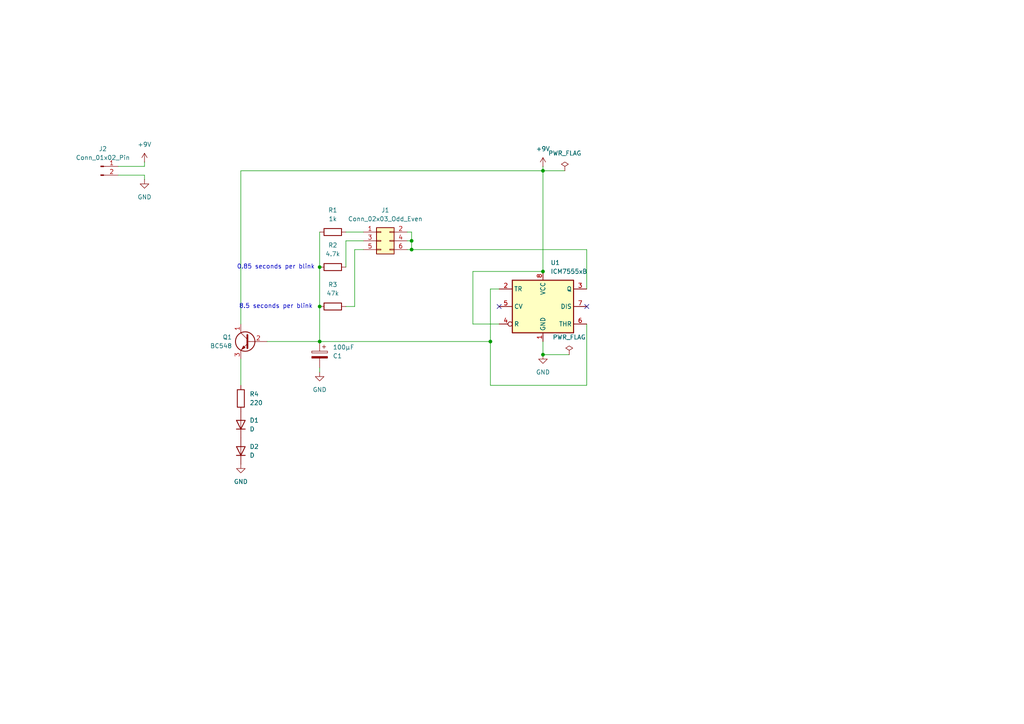
<source format=kicad_sch>
(kicad_sch (version 20231120) (generator "eeschema") (generator_version "8.0")
  (paper "A4")
  (lib_symbols
    (symbol "Connector:Conn_01x02_Pin" (pin_names (offset 1.016) hide)
      (property "Reference" "J" (at 0 2.54 0))
      (property "Value" "Conn_01x02_Pin" (at 0 -5.08 0))
      (symbol "Conn_01x02_Pin_1_1"
        (polyline (pts (xy 1.27 -2.54) (xy 0.8636 -2.54)) (stroke (width 0.1524)))
        (polyline (pts (xy 1.27 0) (xy 0.8636 0)) (stroke (width 0.1524)))
        (rectangle (start 0.8636 -2.413) (end 0 -2.667) (stroke (width 0.1524)) (fill (type outline)))
        (rectangle (start 0.8636 0.127) (end 0 -0.127) (stroke (width 0.1524)) (fill (type outline)))
        (pin passive line (at 5.08 0 180) (length 3.81) (name "Pin_1") (number "1"))
        (pin passive line (at 5.08 -2.54 180) (length 3.81) (name "Pin_2") (number "2"))
      )
    )
    (symbol "Connector_Generic:Conn_02x03_Odd_Even" (pin_names (offset 1.016) hide)
      (property "Reference" "J" (at 1.27 5.08 0))
      (property "Value" "Conn_02x03_Odd_Even" (at 1.27 -5.08 0))
      (symbol "Conn_02x03_Odd_Even_1_1"
        (rectangle (start -1.27 -2.413) (end 0 -2.667) (stroke (width 0.1524)))
        (rectangle (start -1.27 0.127) (end 0 -0.127) (stroke (width 0.1524)))
        (rectangle (start -1.27 2.667) (end 0 2.413) (stroke (width 0.1524)))
        (rectangle (start -1.27 3.81) (end 3.81 -3.81) (stroke (width 0.254)) (fill (type background)))
        (rectangle (start 3.81 -2.413) (end 2.54 -2.667) (stroke (width 0.1524)))
        (rectangle (start 3.81 0.127) (end 2.54 -0.127) (stroke (width 0.1524)))
        (rectangle (start 3.81 2.667) (end 2.54 2.413) (stroke (width 0.1524)))
        (pin passive line (at -5.08 2.54 0) (length 3.81) (name "Pin_1") (number "1"))
        (pin passive line (at 7.62 2.54 180) (length 3.81) (name "Pin_2") (number "2"))
        (pin passive line (at -5.08 0 0) (length 3.81) (name "Pin_3") (number "3"))
        (pin passive line (at 7.62 0 180) (length 3.81) (name "Pin_4") (number "4"))
        (pin passive line (at -5.08 -2.54 0) (length 3.81) (name "Pin_5") (number "5"))
        (pin passive line (at 7.62 -2.54 180) (length 3.81) (name "Pin_6") (number "6"))
      )
    )
    (symbol "Device:C_Polarized" (pin_numbers hide) (pin_names (offset 0.254))
      (property "Reference" "C" (at 0.635 2.54 0))
      (property "Value" "C_Polarized" (at 0.635 -2.54 0))
      (symbol "C_Polarized_0_1"
        (rectangle (start -2.286 0.508) (end 2.286 1.016))
        (polyline (pts (xy -1.778 2.286) (xy -0.762 2.286)))
        (polyline (pts (xy -1.27 2.794) (xy -1.27 1.778)))
        (rectangle (start 2.286 -0.508) (end -2.286 -1.016) (fill (type outline)))
      )
      (symbol "C_Polarized_1_1"
        (pin passive line (at 0 3.81 270) (length 2.794) (name "~") (number "1"))
        (pin passive line (at 0 -3.81 90) (length 2.794) (name "~") (number "2"))
      )
    )
    (symbol "Device:D" (pin_numbers hide) (pin_names (offset 1.016) hide)
      (property "Reference" "D" (at 0 2.54 0))
      (property "Value" "D" (at 0 -2.54 0))
      (symbol "D_0_1"
        (polyline (pts (xy -1.27 1.27) (xy -1.27 -1.27)) (stroke (width 0.254)))
        (polyline (pts (xy 1.27 0) (xy -1.27 0)))
        (polyline (pts (xy 1.27 1.27) (xy 1.27 -1.27) (xy -1.27 0) (xy 1.27 1.27)) (stroke (width 0.254)))
      )
      (symbol "D_1_1"
        (pin passive line (at -3.81 0 0) (length 2.54) (name "K") (number "1"))
        (pin passive line (at 3.81 0 180) (length 2.54) (name "A") (number "2"))
      )
    )
    (symbol "Device:R" (pin_numbers hide) (pin_names (offset 0))
      (property "Reference" "R" (at 2.032 0 90))
      (property "Value" "R" (at 0 0 90))
      (symbol "R_0_1"
        (rectangle (start -1.016 -2.54) (end 1.016 2.54) (stroke (width 0.254)))
      )
      (symbol "R_1_1"
        (pin passive line (at 0 3.81 270) (length 1.27) (name "~") (number "1"))
        (pin passive line (at 0 -3.81 90) (length 1.27) (name "~") (number "2"))
      )
    )
    (symbol "Timer:ICM7555xB"
      (property "Reference" "U" (at -10.16 8.89 0))
      (property "Value" "ICM7555xB" (at 2.54 8.89 0))
      (symbol "ICM7555xB_0_0"
        (pin power_in line (at 0 -10.16 90) (length 2.54) (name "GND") (number "1"))
        (pin power_in line (at 0 10.16 270) (length 2.54) (name "VCC") (number "8"))
      )
      (symbol "ICM7555xB_0_1"
        (rectangle (start -8.89 -7.62) (end 8.89 7.62) (stroke (width 0.254)) (fill (type background)))
        (rectangle (start -8.89 -7.62) (end 8.89 7.62) (stroke (width 0.254)) (fill (type background)))
      )
      (symbol "ICM7555xB_1_1"
        (pin input line (at -12.7 5.08 0) (length 3.81) (name "TR") (number "2"))
        (pin output line (at 12.7 5.08 180) (length 3.81) (name "Q") (number "3"))
        (pin input inverted (at -12.7 -5.08 0) (length 3.81) (name "R") (number "4"))
        (pin input line (at -12.7 0 0) (length 3.81) (name "CV") (number "5"))
        (pin input line (at 12.7 -5.08 180) (length 3.81) (name "THR") (number "6"))
        (pin input line (at 12.7 0 180) (length 3.81) (name "DIS") (number "7"))
      )
    )
    (symbol "Transistor_BJT:BC548" (pin_names (offset 0) hide)
      (property "Reference" "Q" (at 5.08 1.905 0))
      (property "Value" "BC548" (at 5.08 0 0))
      (symbol "BC548_0_1"
        (polyline (pts (xy 0 0) (xy 0.635 0)))
        (polyline (pts (xy 0.635 0.635) (xy 2.54 2.54)))
        (polyline (pts (xy 0.635 -0.635) (xy 2.54 -2.54) (xy 2.54 -2.54)))
        (polyline (pts (xy 0.635 1.905) (xy 0.635 -1.905) (xy 0.635 -1.905)) (stroke (width 0.508)))
        (polyline (pts (xy 1.27 -1.778) (xy 1.778 -1.27) (xy 2.286 -2.286) (xy 1.27 -1.778) (xy 1.27 -1.778)) (fill (type outline)))
        (circle (center 1.27 0) (radius 2.8194) (stroke (width 0.254)))
      )
      (symbol "BC548_1_1"
        (pin passive line (at 2.54 5.08 270) (length 2.54) (name "C") (number "1"))
        (pin input line (at -5.08 0 0) (length 5.08) (name "B") (number "2"))
        (pin passive line (at 2.54 -5.08 90) (length 2.54) (name "E") (number "3"))
      )
    )
    (symbol "power:+9V" (power) (pin_numbers hide) (pin_names (offset 0) hide)
      (property "Value" "+9V" (at 0 3.556 0))
      (symbol "+9V_0_1"
        (polyline (pts (xy -0.762 1.27) (xy 0 2.54)))
        (polyline (pts (xy 0 0) (xy 0 2.54)))
        (polyline (pts (xy 0 2.54) (xy 0.762 1.27)))
      )
      (symbol "+9V_1_1"
        (pin power_in line (at 0 0 90) (length 0) (name "~") (number "1"))
      )
    )
    (symbol "power:GND" (power) (pin_numbers hide) (pin_names (offset 0) hide)
      (property "Value" "GND" (at 0 -3.81 0))
      (symbol "GND_0_1"
        (polyline (pts (xy 0 0) (xy 0 -1.27) (xy 1.27 -1.27) (xy 0 -2.54) (xy -1.27 -1.27) (xy 0 -1.27)))
      )
      (symbol "GND_1_1"
        (pin power_in line (at 0 0 270) (length 0) (name "~") (number "1"))
      )
    )
    (symbol "power:PWR_FLAG" (power) (pin_numbers hide) (pin_names (offset 0) hide)
      (property "Value" "PWR_FLAG" (at 0 3.81 0))
      (symbol "PWR_FLAG_0_0"
        (pin power_out line (at 0 0 90) (length 0) (name "~") (number "1"))
      )
      (symbol "PWR_FLAG_0_1"
        (polyline (pts (xy 0 0) (xy 0 1.27) (xy -1.016 1.905) (xy 0 2.54) (xy 1.016 1.905) (xy 0 1.27)))
      )
    )
  )
  (junction (at 92.71 88.9))
  (junction (at 92.71 99.06))
  (junction (at 157.48 78.74))
  (junction (at 157.48 102.87))
  (junction (at 119.38 72.39))
  (junction (at 92.71 77.47))
  (junction (at 157.48 49.53))
  (junction (at 119.38 69.85))
  (junction (at 142.24 99.06))
  (no_connect (at 144.78 88.9))
  (no_connect (at 170.18 88.9))
  (wire (pts (xy 41.91 50.8) (xy 41.91 52.07)))
  (wire (pts (xy 119.38 67.31) (xy 119.38 69.85)))
  (wire (pts (xy 137.16 78.74) (xy 157.48 78.74)))
  (wire (pts (xy 119.38 69.85) (xy 119.38 72.39)))
  (wire (pts (xy 119.38 72.39) (xy 170.18 72.39)))
  (wire (pts (xy 92.71 88.9) (xy 92.71 99.06)))
  (wire (pts (xy 137.16 78.74) (xy 137.16 93.98)))
  (wire (pts (xy 157.48 99.06) (xy 157.48 102.87)))
  (wire (pts (xy 34.29 50.8) (xy 41.91 50.8)))
  (wire (pts (xy 170.18 72.39) (xy 170.18 83.82)))
  (wire (pts (xy 105.41 69.85) (xy 100.33 69.85)))
  (wire (pts (xy 102.87 88.9) (xy 100.33 88.9)))
  (wire (pts (xy 163.83 49.53) (xy 157.48 49.53)))
  (wire (pts (xy 118.11 67.31) (xy 119.38 67.31)))
  (wire (pts (xy 157.48 49.53) (xy 69.85 49.53)))
  (wire (pts (xy 157.48 49.53) (xy 157.48 78.74)))
  (wire (pts (xy 77.47 99.06) (xy 92.71 99.06)))
  (wire (pts (xy 170.18 111.76) (xy 170.18 93.98)))
  (wire (pts (xy 157.48 48.26) (xy 157.48 49.53)))
  (wire (pts (xy 92.71 99.06) (xy 142.24 99.06)))
  (wire (pts (xy 100.33 69.85) (xy 100.33 77.47)))
  (wire (pts (xy 157.48 102.87) (xy 165.1 102.87)))
  (wire (pts (xy 118.11 69.85) (xy 119.38 69.85)))
  (wire (pts (xy 102.87 72.39) (xy 102.87 88.9)))
  (wire (pts (xy 170.18 111.76) (xy 142.24 111.76)))
  (wire (pts (xy 118.11 72.39) (xy 119.38 72.39)))
  (wire (pts (xy 92.71 106.68) (xy 92.71 107.95)))
  (wire (pts (xy 41.91 48.26) (xy 41.91 46.99)))
  (wire (pts (xy 92.71 77.47) (xy 92.71 88.9)))
  (wire (pts (xy 137.16 93.98) (xy 144.78 93.98)))
  (wire (pts (xy 92.71 67.31) (xy 92.71 77.47)))
  (wire (pts (xy 100.33 67.31) (xy 105.41 67.31)))
  (wire (pts (xy 34.29 48.26) (xy 41.91 48.26)))
  (wire (pts (xy 142.24 83.82) (xy 144.78 83.82)))
  (wire (pts (xy 142.24 111.76) (xy 142.24 99.06)))
  (wire (pts (xy 105.41 72.39) (xy 102.87 72.39)))
  (wire (pts (xy 142.24 99.06) (xy 142.24 83.82)))
  (wire (pts (xy 69.85 49.53) (xy 69.85 93.98)))
  (wire (pts (xy 69.85 111.76) (xy 69.85 104.14)))
  (text "8.5 seconds per blink\n" (at 80.01 88.9 0) (effects (font (size 1.27 1.27))))
  (text "0.85 seconds per blink\n" (at 80.01 77.47 0) (effects (font (size 1.27 1.27))))
  (symbol (lib_id "Device:R") (at 96.52 88.9 270) (unit 1)
    (property "Reference" "R3" (at 96.52 82.55 90))
    (property "Value" "47k" (at 96.52 85.09 90))
    (property "Footprint" "Resistor_THT:R_Axial_DIN0207_L6.3mm_D2.5mm_P10.16mm_Horizontal" (effects (hide yes)))
    (property "Description" "Resistor" (effects (hide yes)))
  )
  (symbol (lib_id "Connector:Conn_01x02_Pin") (at 29.21 48.26 0) (unit 1)
    (property "Reference" "J2" (at 29.845 43.18 0))
    (property "Value" "Conn_01x02_Pin" (at 29.845 45.72 0))
    (property "Footprint" "TerminalBlock:TerminalBlock_Xinya_XY308-2.54-2P_1x02_P2.54mm_Horizontal" (effects (hide yes)))
    (property "Description" "Generic connector, single row, 01x02, script generated" (effects (hide yes)))
  )
  (symbol (lib_id "Device:C_Polarized") (at 92.71 102.87 0) (mirror y) (unit 1)
    (property "Reference" "C1" (at 96.52 103.2511 0) (effects (justify right)))
    (property "Value" "100μF" (at 96.52 100.7111 0) (effects (justify right)))
    (property "Footprint" "Capacitor_THT:CP_Radial_D5.0mm_P2.00mm" (effects (hide yes)))
    (property "Description" "Unpolarized capacitor" (effects (hide yes)))
  )
  (symbol (lib_id "Device:D") (at 69.85 130.81 90) (unit 1)
    (property "Reference" "D2" (at 72.39 129.5399 90) (effects (justify right)))
    (property "Value" "D" (at 72.39 132.0799 90) (effects (justify right)))
    (property "Footprint" "LED_THT:LED_D5.0mm" (effects (hide yes)))
    (property "Description" "Diode" (effects (hide yes)))
    (property "Sim.Device" "D" (effects (hide yes)))
    (property "Sim.Pins" "1=K 2=A" (effects (hide yes)))
  )
  (symbol (lib_id "power:+9V") (at 157.48 48.26 0) (unit 1)
    (property "Reference" "#PWR01" (effects (hide yes)))
    (property "Value" "+9V" (at 157.48 43.18 0))
    (property "Description" "Power symbol creates a global label with name \"+9V\"" (effects (hide yes)))
  )
  (symbol (lib_id "power:GND") (at 157.48 102.87 0) (unit 1)
    (property "Reference" "#PWR02" (effects (hide yes)))
    (property "Value" "GND" (at 157.48 107.95 0))
    (property "Description" "Power symbol creates a global label with name \"GND\" , ground" (effects (hide yes)))
  )
  (symbol (lib_id "power:GND") (at 69.85 134.62 0) (unit 1)
    (property "Reference" "#PWR06" (effects (hide yes)))
    (property "Value" "GND" (at 69.85 139.7 0))
    (property "Description" "Power symbol creates a global label with name \"GND\" , ground" (effects (hide yes)))
  )
  (symbol (lib_id "power:GND") (at 92.71 107.95 0) (unit 1)
    (property "Reference" "#PWR03" (effects (hide yes)))
    (property "Value" "GND" (at 92.71 113.03 0))
    (property "Description" "Power symbol creates a global label with name \"GND\" , ground" (effects (hide yes)))
  )
  (symbol (lib_id "power:GND") (at 41.91 52.07 0) (unit 1)
    (property "Reference" "#PWR05" (effects (hide yes)))
    (property "Value" "GND" (at 41.91 57.15 0))
    (property "Description" "Power symbol creates a global label with name \"GND\" , ground" (effects (hide yes)))
  )
  (symbol (lib_id "Device:R") (at 96.52 67.31 270) (unit 1)
    (property "Reference" "R1" (at 96.52 60.96 90))
    (property "Value" "1k" (at 96.52 63.5 90))
    (property "Footprint" "Resistor_THT:R_Axial_DIN0207_L6.3mm_D2.5mm_P10.16mm_Horizontal" (effects (hide yes)))
    (property "Description" "Resistor" (effects (hide yes)))
  )
  (symbol (lib_id "Device:D") (at 69.85 123.19 90) (unit 1)
    (property "Reference" "D1" (at 72.39 121.9199 90) (effects (justify right)))
    (property "Value" "D" (at 72.39 124.4599 90) (effects (justify right)))
    (property "Footprint" "LED_THT:LED_D5.0mm" (effects (hide yes)))
    (property "Description" "Diode" (effects (hide yes)))
    (property "Sim.Device" "D" (effects (hide yes)))
    (property "Sim.Pins" "1=K 2=A" (effects (hide yes)))
  )
  (symbol (lib_id "Device:R") (at 96.52 77.47 270) (unit 1)
    (property "Reference" "R2" (at 96.52 71.12 90))
    (property "Value" "4.7k" (at 96.52 73.66 90))
    (property "Footprint" "Resistor_THT:R_Axial_DIN0207_L6.3mm_D2.5mm_P10.16mm_Horizontal" (effects (hide yes)))
    (property "Description" "Resistor" (effects (hide yes)))
    (property "Sim.Device" "R" (effects (hide yes)))
    (property "Sim.Pins" "1=+ 2=-" (effects (hide yes)))
    (property "Sim.Params" "r=1k" (effects (hide yes)))
  )
  (symbol (lib_id "Connector_Generic:Conn_02x03_Odd_Even") (at 110.49 69.85 0) (unit 1)
    (property "Reference" "J1" (at 111.76 60.96 0))
    (property "Value" "Conn_02x03_Odd_Even" (at 111.76 63.5 0))
    (property "Footprint" "Connector_PinHeader_2.54mm:PinHeader_2x03_P2.54mm_Vertical" (effects (hide yes)))
    (property "Description" "Generic connector, double row, 02x03, odd/even pin numbering scheme (row 1 odd numbers, row 2 even numbers), script generated (kicad-library-utils/schlib/autogen/connector/)" (effects (hide yes)))
  )
  (symbol (lib_id "Device:R") (at 69.85 115.57 180) (unit 1)
    (property "Reference" "R4" (at 72.39 114.2999 0) (effects (justify right)))
    (property "Value" "220" (at 72.39 116.8399 0) (effects (justify right)))
    (property "Footprint" "Resistor_THT:R_Axial_DIN0207_L6.3mm_D2.5mm_P10.16mm_Horizontal" (effects (hide yes)))
    (property "Description" "Resistor" (effects (hide yes)))
  )
  (symbol (lib_id "Transistor_BJT:BC548") (at 72.39 99.06 0) (mirror y) (unit 1)
    (property "Reference" "Q1" (at 67.31 97.7899 0) (effects (justify left)))
    (property "Value" "BC548" (at 67.31 100.3299 0) (effects (justify left)))
    (property "Footprint" "Package_TO_SOT_THT:TO-92_Inline" (effects (hide yes)))
    (property "Datasheet" "https://www.onsemi.com/pub/Collateral/BC550-D.pdf" (effects (hide yes)))
    (property "Description" "0.1A Ic, 30V Vce, Small Signal NPN Transistor, TO-92" (effects (hide yes)))
  )
  (symbol (lib_id "power:+9V") (at 41.91 46.99 0) (unit 1)
    (property "Reference" "#PWR04" (effects (hide yes)))
    (property "Value" "+9V" (at 41.91 41.91 0))
    (property "Description" "Power symbol creates a global label with name \"+9V\"" (effects (hide yes)))
  )
  (symbol (lib_id "power:PWR_FLAG") (at 165.1 102.87 0) (unit 1)
    (property "Reference" "#FLG02" (effects (hide yes)))
    (property "Value" "PWR_FLAG" (at 165.1 97.79 0))
    (property "Description" "Special symbol for telling ERC where power comes from" (effects (hide yes)))
  )
  (symbol (lib_id "Timer:ICM7555xB") (at 157.48 88.9 0) (unit 1)
    (property "Reference" "U1" (at 159.6741 76.2 0) (effects (justify left)))
    (property "Value" "ICM7555xB" (at 159.6741 78.74 0) (effects (justify left)))
    (property "Footprint" "Package_DIP:DIP-8_W7.62mm" (effects (hide yes)))
    (property "Datasheet" "http://www.intersil.com/content/dam/Intersil/documents/icm7/icm7555-56.pdf" (effects (hide yes)))
    (property "Description" "CMOS General Purpose Timer, 555 compatible, SOIC-8" (effects (hide yes)))
  )
  (symbol (lib_id "power:PWR_FLAG") (at 163.83 49.53 0) (unit 1)
    (property "Reference" "#FLG01" (effects (hide yes)))
    (property "Value" "PWR_FLAG" (at 163.83 44.45 0))
    (property "Description" "Special symbol for telling ERC where power comes from" (effects (hide yes)))
  )
)
</source>
